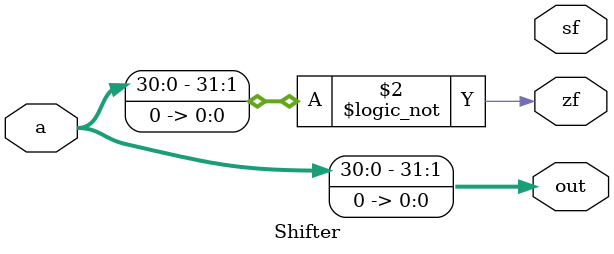
<source format=sv>
`timescale 1ns / 1ps


module Shifter(
    input logic [31:0] a,
    output logic zf, sf,
    output logic[31:0] out
    );
    
    assign out = a << 1;
    assign zf = (out == 0);
    //assign sf = 
    
endmodule

</source>
